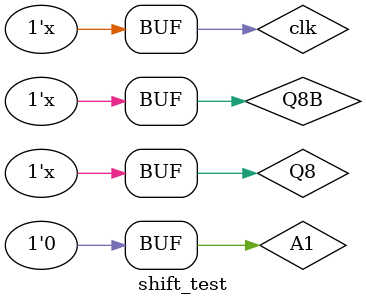
<source format=v>
module shift_test();
reg clk,A1,Q8,Q8B;
wire G1,E1,H1,J1,I1,F1,N1,H1B,J1B,L1,K1,M1;

shift sh1(.clk(clk),.A1(A1),.G1(G1),.Q8(Q8),.Q8B(Q8B),.E1(E1),.H1(H1),.J1(J1),.I1(I1),.F1(F1),.N1(N1),.H1B(H1B),.J1B(J1B),.L1(L1),.K1(K1),.M1(M1),.O1(O1),.O1B(O1B));

initial
begin
clk=1;
A1=1;
Q8=0;
Q8B=1;
#5 A1=0;
end

always
begin
#30 clk=~clk;
end
always
begin
#30 Q8=~Q8;
    Q8B=~Q8B;
end

endmodule
</source>
